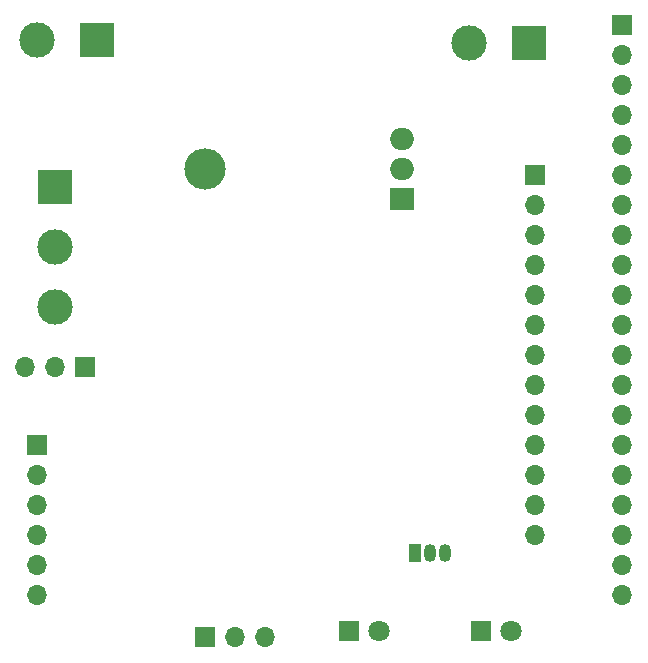
<source format=gbr>
%TF.GenerationSoftware,KiCad,Pcbnew,(5.1.10)-1*%
%TF.CreationDate,2021-08-05T17:27:16+03:00*%
%TF.ProjectId,YevgeniK,59657667-656e-4694-9b2e-6b696361645f,rev?*%
%TF.SameCoordinates,Original*%
%TF.FileFunction,Soldermask,Top*%
%TF.FilePolarity,Negative*%
%FSLAX46Y46*%
G04 Gerber Fmt 4.6, Leading zero omitted, Abs format (unit mm)*
G04 Created by KiCad (PCBNEW (5.1.10)-1) date 2021-08-05 17:27:16*
%MOMM*%
%LPD*%
G01*
G04 APERTURE LIST*
%ADD10C,3.000000*%
%ADD11R,3.000000X3.000000*%
%ADD12O,2.000000X1.905000*%
%ADD13R,2.000000X1.905000*%
%ADD14O,3.500000X3.500000*%
%ADD15R,1.050000X1.500000*%
%ADD16O,1.050000X1.500000*%
%ADD17O,1.700000X1.700000*%
%ADD18R,1.700000X1.700000*%
%ADD19C,1.800000*%
%ADD20R,1.800000X1.800000*%
G04 APERTURE END LIST*
D10*
%TO.C,J6*%
X143764000Y-100076000D03*
X143764000Y-94996000D03*
D11*
X143764000Y-89916000D03*
%TD*%
D10*
%TO.C,J3*%
X178816000Y-77724000D03*
D11*
X183896000Y-77724000D03*
%TD*%
D12*
%TO.C,Q2*%
X173124000Y-85852000D03*
X173124000Y-88392000D03*
D13*
X173124000Y-90932000D03*
D14*
X156464000Y-88392000D03*
%TD*%
D15*
%TO.C,Q1*%
X174244000Y-120904000D03*
D16*
X176784000Y-120904000D03*
X175514000Y-120904000D03*
%TD*%
D17*
%TO.C,J8*%
X184404000Y-119380000D03*
X184404000Y-116840000D03*
X184404000Y-114300000D03*
X184404000Y-111760000D03*
X184404000Y-109220000D03*
X184404000Y-106680000D03*
X184404000Y-104140000D03*
X184404000Y-101600000D03*
X184404000Y-99060000D03*
X184404000Y-96520000D03*
X184404000Y-93980000D03*
X184404000Y-91440000D03*
D18*
X184404000Y-88900000D03*
%TD*%
D17*
%TO.C,J7*%
X161544000Y-128016000D03*
X159004000Y-128016000D03*
D18*
X156464000Y-128016000D03*
%TD*%
D17*
%TO.C,J5*%
X141224000Y-105156000D03*
X143764000Y-105156000D03*
D18*
X146304000Y-105156000D03*
%TD*%
D19*
%TO.C,D2*%
X182372000Y-127508000D03*
D20*
X179832000Y-127508000D03*
%TD*%
D19*
%TO.C,D1*%
X171196000Y-127508000D03*
D20*
X168656000Y-127508000D03*
%TD*%
D11*
%TO.C,J1*%
X147320000Y-77470000D03*
D10*
X142240000Y-77470000D03*
%TD*%
D18*
%TO.C,J2*%
X191770000Y-76200000D03*
D17*
X191770000Y-78740000D03*
X191770000Y-81280000D03*
X191770000Y-83820000D03*
X191770000Y-86360000D03*
X191770000Y-88900000D03*
X191770000Y-91440000D03*
X191770000Y-93980000D03*
X191770000Y-96520000D03*
X191770000Y-99060000D03*
X191770000Y-101600000D03*
X191770000Y-104140000D03*
X191770000Y-106680000D03*
X191770000Y-109220000D03*
X191770000Y-111760000D03*
X191770000Y-114300000D03*
X191770000Y-116840000D03*
X191770000Y-119380000D03*
X191770000Y-121920000D03*
X191770000Y-124460000D03*
%TD*%
D18*
%TO.C,J4*%
X142240000Y-111760000D03*
D17*
X142240000Y-114300000D03*
X142240000Y-116840000D03*
X142240000Y-119380000D03*
X142240000Y-121920000D03*
X142240000Y-124460000D03*
%TD*%
M02*

</source>
